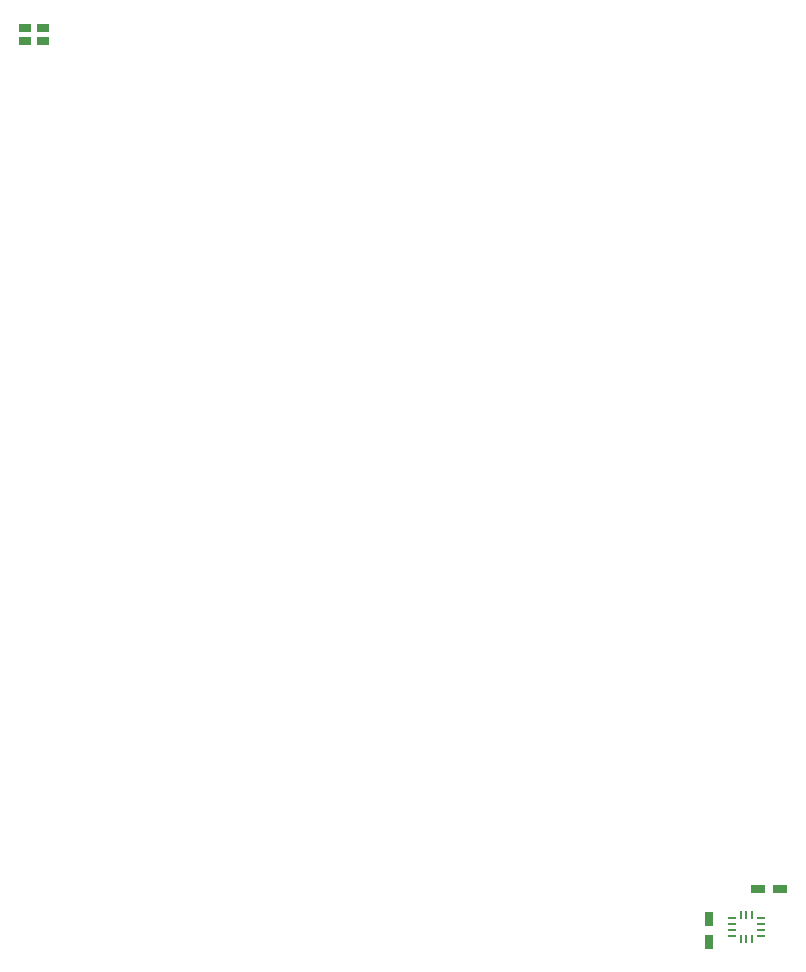
<source format=gtp>
G04 #@! TF.FileFunction,Paste,Top*
%FSLAX46Y46*%
G04 Gerber Fmt 4.6, Leading zero omitted, Abs format (unit mm)*
G04 Created by KiCad (PCBNEW 4.0.7) date 12/17/17 16:59:44*
%MOMM*%
%LPD*%
G01*
G04 APERTURE LIST*
%ADD10C,0.100000*%
%ADD11R,0.250000X0.675000*%
%ADD12R,0.675000X0.250000*%
%ADD13R,0.750000X1.200000*%
%ADD14R,1.200000X0.750000*%
%ADD15R,1.000000X0.800000*%
G04 APERTURE END LIST*
D10*
D11*
X80010000Y-89277500D03*
X80510000Y-89277500D03*
X79510000Y-89277500D03*
X80510000Y-87252500D03*
X80010000Y-87252500D03*
X79510000Y-87252500D03*
D12*
X81272500Y-89015000D03*
X81272500Y-88515000D03*
X81272500Y-88015000D03*
X81272500Y-87515000D03*
X78747500Y-87515000D03*
X78747500Y-88015000D03*
X78747500Y-88515000D03*
X78747500Y-89015000D03*
D13*
X76835000Y-87630000D03*
X76835000Y-89530000D03*
D14*
X80965000Y-85090000D03*
X82865000Y-85090000D03*
D15*
X20435000Y-13250000D03*
X18935000Y-13250000D03*
X18935000Y-12150000D03*
X20435000Y-12150000D03*
M02*

</source>
